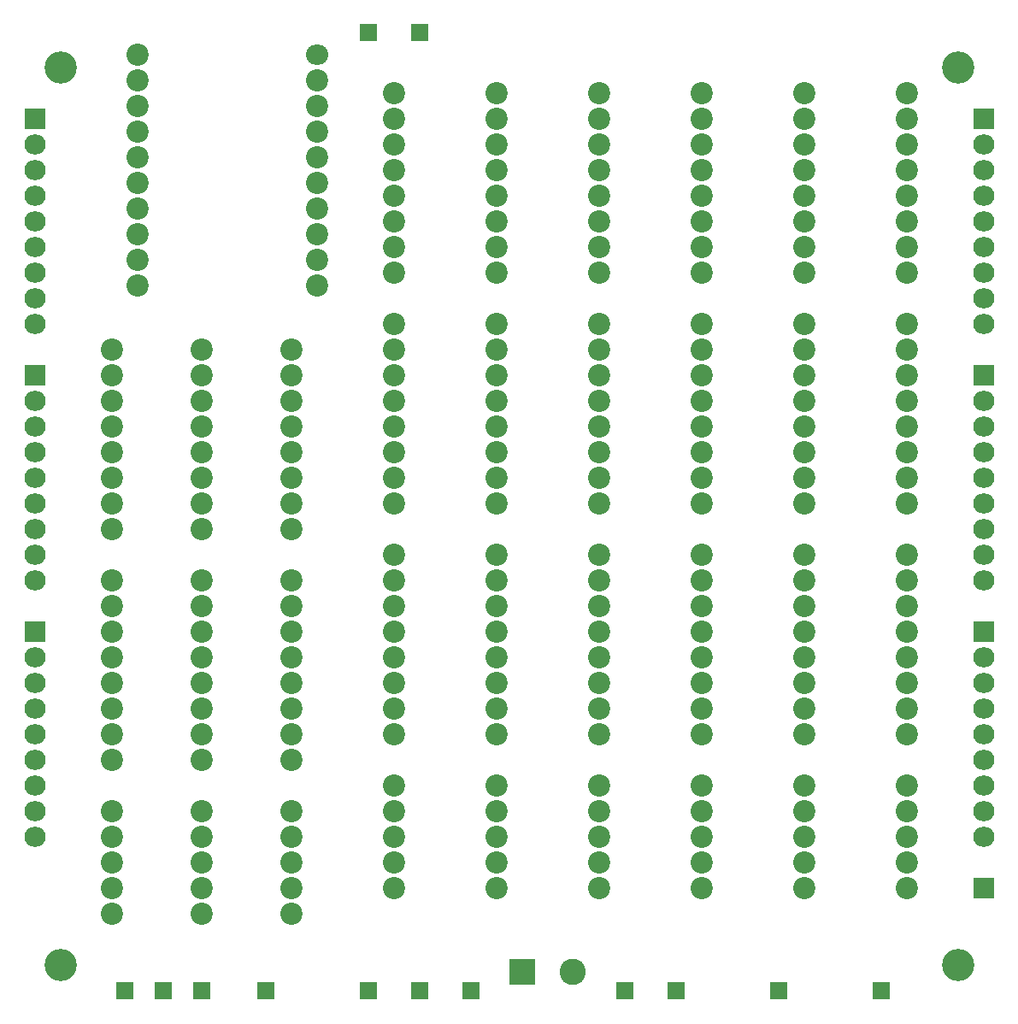
<source format=gbr>
%TF.GenerationSoftware,KiCad,Pcbnew,(5.1.8)-1*%
%TF.CreationDate,2024-07-24T00:58:39+03:00*%
%TF.ProjectId,ALU,414c552e-6b69-4636-9164-5f7063625858,rev?*%
%TF.SameCoordinates,Original*%
%TF.FileFunction,Soldermask,Top*%
%TF.FilePolarity,Negative*%
%FSLAX46Y46*%
G04 Gerber Fmt 4.6, Leading zero omitted, Abs format (unit mm)*
G04 Created by KiCad (PCBNEW (5.1.8)-1) date 2024-07-24 00:58:39*
%MOMM*%
%LPD*%
G01*
G04 APERTURE LIST*
%ADD10C,2.200000*%
%ADD11R,1.700000X1.700000*%
%ADD12O,2.200000X2.000000*%
%ADD13O,2.100000X2.000000*%
%ADD14R,2.100000X2.000000*%
%ADD15C,3.200000*%
%ADD16R,2.600000X2.600000*%
%ADD17C,2.600000*%
G04 APERTURE END LIST*
D10*
%TO.C,U9*%
X22860000Y-102870000D03*
X22860000Y-100330000D03*
X22860000Y-97790000D03*
X22860000Y-95250000D03*
X22860000Y-92710000D03*
X22860000Y-87630000D03*
X22860000Y-85090000D03*
X22860000Y-82550000D03*
X22860000Y-80010000D03*
X22860000Y-77470000D03*
X22860000Y-74930000D03*
X22860000Y-72390000D03*
X22860000Y-69850000D03*
X22860000Y-64770000D03*
X22860000Y-62230000D03*
X22860000Y-59690000D03*
X22860000Y-57150000D03*
X22860000Y-54610000D03*
X22860000Y-52070000D03*
X22860000Y-49530000D03*
X22860000Y-46990000D03*
%TD*%
D11*
%TO.C,J14*%
X53340000Y-15557500D03*
%TD*%
%TO.C,J13*%
X48260000Y-15557500D03*
%TD*%
%TO.C,J12*%
X24130000Y-110490000D03*
%TD*%
D12*
%TO.C,U10*%
X43180000Y-17780000D03*
D10*
X43180000Y-20320000D03*
X43180000Y-22860000D03*
X43180000Y-25400000D03*
X43180000Y-27940000D03*
X43180000Y-30480000D03*
X43180000Y-33020000D03*
X43180000Y-35560000D03*
X43180000Y-38100000D03*
X43180000Y-40640000D03*
X25400000Y-40640000D03*
X25400000Y-38100000D03*
X25400000Y-35560000D03*
X25400000Y-33020000D03*
X25400000Y-30480000D03*
X25400000Y-27940000D03*
X25400000Y-25400000D03*
X25400000Y-22860000D03*
X25400000Y-20320000D03*
X25400000Y-17780000D03*
%TD*%
D11*
%TO.C,J11*%
X38100000Y-110490000D03*
%TD*%
D13*
%TO.C,J10*%
X109220000Y-95250000D03*
X109220000Y-92710000D03*
X109220000Y-90170000D03*
X109220000Y-87630000D03*
X109220000Y-85090000D03*
X109220000Y-82550000D03*
X109220000Y-80010000D03*
X109220000Y-77470000D03*
D14*
X109220000Y-74930000D03*
%TD*%
D13*
%TO.C,J9*%
X109220000Y-69850000D03*
X109220000Y-67310000D03*
X109220000Y-64770000D03*
X109220000Y-62230000D03*
X109220000Y-59690000D03*
X109220000Y-57150000D03*
X109220000Y-54610000D03*
X109220000Y-52070000D03*
D14*
X109220000Y-49530000D03*
%TD*%
D13*
%TO.C,J8*%
X109220000Y-44450000D03*
X109220000Y-41910000D03*
X109220000Y-39370000D03*
X109220000Y-36830000D03*
X109220000Y-34290000D03*
X109220000Y-31750000D03*
X109220000Y-29210000D03*
X109220000Y-26670000D03*
D14*
X109220000Y-24130000D03*
%TD*%
D10*
%TO.C,U8*%
X40640000Y-102870000D03*
X40640000Y-100330000D03*
X40640000Y-97790000D03*
X40640000Y-95250000D03*
X40640000Y-92710000D03*
X40640000Y-87630000D03*
X40640000Y-85090000D03*
X40640000Y-82550000D03*
X40640000Y-80010000D03*
X40640000Y-77470000D03*
X40640000Y-74930000D03*
X40640000Y-72390000D03*
X40640000Y-69850000D03*
X40640000Y-64770000D03*
X40640000Y-62230000D03*
X40640000Y-59690000D03*
X40640000Y-57150000D03*
X40640000Y-54610000D03*
X40640000Y-52070000D03*
X40640000Y-49530000D03*
X40640000Y-46990000D03*
%TD*%
D11*
%TO.C,J6*%
X27940000Y-110490000D03*
%TD*%
%TO.C,J5*%
X31750000Y-110490000D03*
%TD*%
D10*
%TO.C,U5*%
X91440000Y-100330000D03*
X91440000Y-97790000D03*
X91440000Y-95250000D03*
X91440000Y-92710000D03*
X91440000Y-90170000D03*
X91440000Y-85090000D03*
X91440000Y-82550000D03*
X91440000Y-80010000D03*
X91440000Y-77470000D03*
X91440000Y-74930000D03*
X91440000Y-72390000D03*
X91440000Y-69850000D03*
X91440000Y-67310000D03*
X91440000Y-62230000D03*
X91440000Y-59690000D03*
X91440000Y-57150000D03*
X91440000Y-54610000D03*
X91440000Y-52070000D03*
X91440000Y-49530000D03*
X91440000Y-46990000D03*
X91440000Y-44450000D03*
X91440000Y-39370000D03*
X91440000Y-36830000D03*
X91440000Y-34290000D03*
X91440000Y-31750000D03*
X91440000Y-29210000D03*
X91440000Y-26670000D03*
X91440000Y-24130000D03*
X91440000Y-21590000D03*
%TD*%
D15*
%TO.C,H1*%
X106680000Y-107950000D03*
%TD*%
%TO.C,H2*%
X17780000Y-107950000D03*
%TD*%
%TO.C,H3*%
X106680000Y-19050000D03*
%TD*%
%TO.C,H4*%
X17780000Y-19050000D03*
%TD*%
D16*
%TO.C,J7*%
X63500000Y-108585000D03*
D17*
X68500000Y-108585000D03*
%TD*%
D10*
%TO.C,U1*%
X50800000Y-21590000D03*
X50800000Y-24130000D03*
X50800000Y-26670000D03*
X50800000Y-29210000D03*
X50800000Y-31750000D03*
X50800000Y-34290000D03*
X50800000Y-36830000D03*
X50800000Y-39370000D03*
X50800000Y-44450000D03*
X50800000Y-46990000D03*
X50800000Y-49530000D03*
X50800000Y-52070000D03*
X50800000Y-54610000D03*
X50800000Y-57150000D03*
X50800000Y-59690000D03*
X50800000Y-62230000D03*
X50800000Y-67310000D03*
X50800000Y-69850000D03*
X50800000Y-72390000D03*
X50800000Y-74930000D03*
X50800000Y-77470000D03*
X50800000Y-80010000D03*
X50800000Y-82550000D03*
X50800000Y-85090000D03*
X50800000Y-90170000D03*
X50800000Y-92710000D03*
X50800000Y-95250000D03*
X50800000Y-97790000D03*
X50800000Y-100330000D03*
%TD*%
%TO.C,U2*%
X60960000Y-100330000D03*
X60960000Y-97790000D03*
X60960000Y-95250000D03*
X60960000Y-92710000D03*
X60960000Y-90170000D03*
X60960000Y-85090000D03*
X60960000Y-82550000D03*
X60960000Y-80010000D03*
X60960000Y-77470000D03*
X60960000Y-74930000D03*
X60960000Y-72390000D03*
X60960000Y-69850000D03*
X60960000Y-67310000D03*
X60960000Y-62230000D03*
X60960000Y-59690000D03*
X60960000Y-57150000D03*
X60960000Y-54610000D03*
X60960000Y-52070000D03*
X60960000Y-49530000D03*
X60960000Y-46990000D03*
X60960000Y-44450000D03*
X60960000Y-39370000D03*
X60960000Y-36830000D03*
X60960000Y-34290000D03*
X60960000Y-31750000D03*
X60960000Y-29210000D03*
X60960000Y-26670000D03*
X60960000Y-24130000D03*
X60960000Y-21590000D03*
%TD*%
%TO.C,U3*%
X71120000Y-21590000D03*
X71120000Y-24130000D03*
X71120000Y-26670000D03*
X71120000Y-29210000D03*
X71120000Y-31750000D03*
X71120000Y-34290000D03*
X71120000Y-36830000D03*
X71120000Y-39370000D03*
X71120000Y-44450000D03*
X71120000Y-46990000D03*
X71120000Y-49530000D03*
X71120000Y-52070000D03*
X71120000Y-54610000D03*
X71120000Y-57150000D03*
X71120000Y-59690000D03*
X71120000Y-62230000D03*
X71120000Y-67310000D03*
X71120000Y-69850000D03*
X71120000Y-72390000D03*
X71120000Y-74930000D03*
X71120000Y-77470000D03*
X71120000Y-80010000D03*
X71120000Y-82550000D03*
X71120000Y-85090000D03*
X71120000Y-90170000D03*
X71120000Y-92710000D03*
X71120000Y-95250000D03*
X71120000Y-97790000D03*
X71120000Y-100330000D03*
%TD*%
%TO.C,U4*%
X81280000Y-21590000D03*
X81280000Y-24130000D03*
X81280000Y-26670000D03*
X81280000Y-29210000D03*
X81280000Y-31750000D03*
X81280000Y-34290000D03*
X81280000Y-36830000D03*
X81280000Y-39370000D03*
X81280000Y-44450000D03*
X81280000Y-46990000D03*
X81280000Y-49530000D03*
X81280000Y-52070000D03*
X81280000Y-54610000D03*
X81280000Y-57150000D03*
X81280000Y-59690000D03*
X81280000Y-62230000D03*
X81280000Y-67310000D03*
X81280000Y-69850000D03*
X81280000Y-72390000D03*
X81280000Y-74930000D03*
X81280000Y-77470000D03*
X81280000Y-80010000D03*
X81280000Y-82550000D03*
X81280000Y-85090000D03*
X81280000Y-90170000D03*
X81280000Y-92710000D03*
X81280000Y-95250000D03*
X81280000Y-97790000D03*
X81280000Y-100330000D03*
%TD*%
D14*
%TO.C,J4*%
X109220000Y-100330000D03*
%TD*%
D11*
%TO.C,J25*%
X99060000Y-110490000D03*
%TD*%
%TO.C,J26*%
X78740000Y-110490000D03*
%TD*%
%TO.C,J27*%
X73660000Y-110490000D03*
%TD*%
%TO.C,J28*%
X58420000Y-110490000D03*
%TD*%
%TO.C,J30*%
X53340000Y-110490000D03*
%TD*%
%TO.C,J31*%
X48260000Y-110490000D03*
%TD*%
%TO.C,J41*%
X88900000Y-110490000D03*
%TD*%
D10*
%TO.C,U6*%
X101600000Y-100330000D03*
X101600000Y-97790000D03*
X101600000Y-95250000D03*
X101600000Y-92710000D03*
X101600000Y-90170000D03*
X101600000Y-85090000D03*
X101600000Y-82550000D03*
X101600000Y-80010000D03*
X101600000Y-77470000D03*
X101600000Y-74930000D03*
X101600000Y-72390000D03*
X101600000Y-69850000D03*
X101600000Y-67310000D03*
X101600000Y-62230000D03*
X101600000Y-59690000D03*
X101600000Y-57150000D03*
X101600000Y-54610000D03*
X101600000Y-52070000D03*
X101600000Y-49530000D03*
X101600000Y-46990000D03*
X101600000Y-44450000D03*
X101600000Y-39370000D03*
X101600000Y-36830000D03*
X101600000Y-34290000D03*
X101600000Y-31750000D03*
X101600000Y-29210000D03*
X101600000Y-26670000D03*
X101600000Y-24130000D03*
X101600000Y-21590000D03*
%TD*%
%TO.C,U7*%
X31750000Y-46990000D03*
X31750000Y-49530000D03*
X31750000Y-52070000D03*
X31750000Y-54610000D03*
X31750000Y-57150000D03*
X31750000Y-59690000D03*
X31750000Y-62230000D03*
X31750000Y-64770000D03*
X31750000Y-69850000D03*
X31750000Y-72390000D03*
X31750000Y-74930000D03*
X31750000Y-77470000D03*
X31750000Y-80010000D03*
X31750000Y-82550000D03*
X31750000Y-85090000D03*
X31750000Y-87630000D03*
X31750000Y-92710000D03*
X31750000Y-95250000D03*
X31750000Y-97790000D03*
X31750000Y-100330000D03*
X31750000Y-102870000D03*
%TD*%
D14*
%TO.C,J1*%
X15240000Y-24130000D03*
D13*
X15240000Y-26670000D03*
X15240000Y-29210000D03*
X15240000Y-31750000D03*
X15240000Y-34290000D03*
X15240000Y-36830000D03*
X15240000Y-39370000D03*
X15240000Y-41910000D03*
X15240000Y-44450000D03*
%TD*%
%TO.C,J2*%
X15240000Y-69850000D03*
X15240000Y-67310000D03*
X15240000Y-64770000D03*
X15240000Y-62230000D03*
X15240000Y-59690000D03*
X15240000Y-57150000D03*
X15240000Y-54610000D03*
X15240000Y-52070000D03*
D14*
X15240000Y-49530000D03*
%TD*%
%TO.C,J3*%
X15240000Y-74930000D03*
D13*
X15240000Y-77470000D03*
X15240000Y-80010000D03*
X15240000Y-82550000D03*
X15240000Y-85090000D03*
X15240000Y-87630000D03*
X15240000Y-90170000D03*
X15240000Y-92710000D03*
X15240000Y-95250000D03*
%TD*%
M02*

</source>
